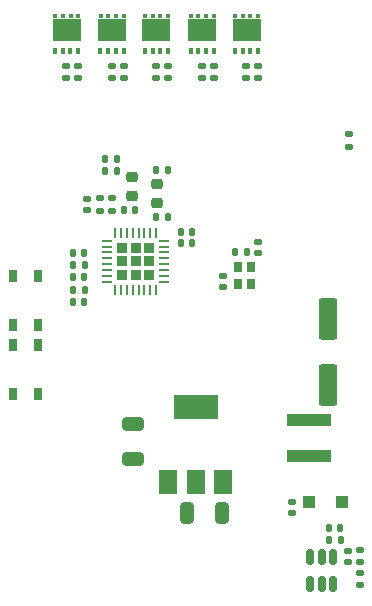
<source format=gbr>
%TF.GenerationSoftware,KiCad,Pcbnew,7.0.6*%
%TF.CreationDate,2023-08-18T05:18:53-04:00*%
%TF.ProjectId,esp-lightthing,6573702d-6c69-4676-9874-7468696e672e,rev?*%
%TF.SameCoordinates,Original*%
%TF.FileFunction,Paste,Top*%
%TF.FilePolarity,Positive*%
%FSLAX46Y46*%
G04 Gerber Fmt 4.6, Leading zero omitted, Abs format (unit mm)*
G04 Created by KiCad (PCBNEW 7.0.6) date 2023-08-18 05:18:53*
%MOMM*%
%LPD*%
G01*
G04 APERTURE LIST*
G04 Aperture macros list*
%AMRoundRect*
0 Rectangle with rounded corners*
0 $1 Rounding radius*
0 $2 $3 $4 $5 $6 $7 $8 $9 X,Y pos of 4 corners*
0 Add a 4 corners polygon primitive as box body*
4,1,4,$2,$3,$4,$5,$6,$7,$8,$9,$2,$3,0*
0 Add four circle primitives for the rounded corners*
1,1,$1+$1,$2,$3*
1,1,$1+$1,$4,$5*
1,1,$1+$1,$6,$7*
1,1,$1+$1,$8,$9*
0 Add four rect primitives between the rounded corners*
20,1,$1+$1,$2,$3,$4,$5,0*
20,1,$1+$1,$4,$5,$6,$7,0*
20,1,$1+$1,$6,$7,$8,$9,0*
20,1,$1+$1,$8,$9,$2,$3,0*%
G04 Aperture macros list end*
%ADD10R,0.350000X0.550000*%
%ADD11R,0.400000X0.350000*%
%ADD12R,2.450000X1.930000*%
%ADD13RoundRect,0.135000X0.135000X0.185000X-0.135000X0.185000X-0.135000X-0.185000X0.135000X-0.185000X0*%
%ADD14RoundRect,0.140000X0.170000X-0.140000X0.170000X0.140000X-0.170000X0.140000X-0.170000X-0.140000X0*%
%ADD15RoundRect,0.135000X0.185000X-0.135000X0.185000X0.135000X-0.185000X0.135000X-0.185000X-0.135000X0*%
%ADD16RoundRect,0.140000X0.140000X0.170000X-0.140000X0.170000X-0.140000X-0.170000X0.140000X-0.170000X0*%
%ADD17RoundRect,0.232500X-0.232500X0.232500X-0.232500X-0.232500X0.232500X-0.232500X0.232500X0.232500X0*%
%ADD18RoundRect,0.062500X-0.062500X0.375000X-0.062500X-0.375000X0.062500X-0.375000X0.062500X0.375000X0*%
%ADD19RoundRect,0.062500X-0.375000X0.062500X-0.375000X-0.062500X0.375000X-0.062500X0.375000X0.062500X0*%
%ADD20RoundRect,0.150000X0.150000X-0.512500X0.150000X0.512500X-0.150000X0.512500X-0.150000X-0.512500X0*%
%ADD21RoundRect,0.140000X-0.170000X0.140000X-0.170000X-0.140000X0.170000X-0.140000X0.170000X0.140000X0*%
%ADD22RoundRect,0.135000X-0.135000X-0.185000X0.135000X-0.185000X0.135000X0.185000X-0.135000X0.185000X0*%
%ADD23RoundRect,0.250000X-0.300000X-0.300000X0.300000X-0.300000X0.300000X0.300000X-0.300000X0.300000X0*%
%ADD24RoundRect,0.140000X-0.140000X-0.170000X0.140000X-0.170000X0.140000X0.170000X-0.140000X0.170000X0*%
%ADD25R,0.650000X1.050000*%
%ADD26RoundRect,0.218750X-0.256250X0.218750X-0.256250X-0.218750X0.256250X-0.218750X0.256250X0.218750X0*%
%ADD27RoundRect,0.135000X-0.185000X0.135000X-0.185000X-0.135000X0.185000X-0.135000X0.185000X0.135000X0*%
%ADD28RoundRect,0.250000X0.550000X-1.500000X0.550000X1.500000X-0.550000X1.500000X-0.550000X-1.500000X0*%
%ADD29R,0.800000X0.900000*%
%ADD30RoundRect,0.250000X0.325000X0.650000X-0.325000X0.650000X-0.325000X-0.650000X0.325000X-0.650000X0*%
%ADD31RoundRect,0.250000X-0.650000X0.325000X-0.650000X-0.325000X0.650000X-0.325000X0.650000X0.325000X0*%
%ADD32R,1.500000X2.000000*%
%ADD33R,3.800000X2.000000*%
%ADD34R,3.700000X1.100000*%
G04 APERTURE END LIST*
D10*
%TO.C,Q201*%
X121740000Y-101915000D03*
X122390000Y-101915000D03*
X123040000Y-101915000D03*
X123690000Y-101915000D03*
D11*
X121745000Y-98970000D03*
X122395000Y-98970000D03*
D12*
X122720000Y-100110000D03*
D11*
X123045000Y-98970000D03*
X123695000Y-98970000D03*
%TD*%
D13*
%TO.C,R305*%
X124237500Y-120030000D03*
X123217500Y-120030000D03*
%TD*%
D14*
%TO.C,C203*%
X146550000Y-145180000D03*
X146550000Y-144220000D03*
%TD*%
D10*
%TO.C,Q204*%
X133205000Y-101915000D03*
X133855000Y-101915000D03*
X134505000Y-101915000D03*
X135155000Y-101915000D03*
D11*
X133210000Y-98970000D03*
X133860000Y-98970000D03*
D12*
X134185000Y-100110000D03*
D11*
X134510000Y-98970000D03*
X135160000Y-98970000D03*
%TD*%
D15*
%TO.C,R101*%
X146660000Y-109980000D03*
X146660000Y-108960000D03*
%TD*%
D16*
%TO.C,C311*%
X124227500Y-119000000D03*
X123267500Y-119000000D03*
%TD*%
D10*
%TO.C,Q205*%
X136970000Y-101915000D03*
X137620000Y-101915000D03*
X138270000Y-101915000D03*
X138920000Y-101915000D03*
D11*
X136975000Y-98970000D03*
X137625000Y-98970000D03*
D12*
X137950000Y-100110000D03*
D11*
X138275000Y-98970000D03*
X138925000Y-98970000D03*
%TD*%
D14*
%TO.C,C303*%
X124477500Y-115390000D03*
X124477500Y-114430000D03*
%TD*%
D17*
%TO.C,U1*%
X129700000Y-118550000D03*
X128550000Y-118550000D03*
X127400000Y-118550000D03*
X129700000Y-119700000D03*
X128550000Y-119700000D03*
X127400000Y-119700000D03*
X129700000Y-120850000D03*
X128550000Y-120850000D03*
X127400000Y-120850000D03*
D18*
X130300000Y-117262500D03*
X129800000Y-117262500D03*
X129300000Y-117262500D03*
X128800000Y-117262500D03*
X128300000Y-117262500D03*
X127800000Y-117262500D03*
X127300000Y-117262500D03*
X126800000Y-117262500D03*
D19*
X126112500Y-117950000D03*
X126112500Y-118450000D03*
X126112500Y-118950000D03*
X126112500Y-119450000D03*
X126112500Y-119950000D03*
X126112500Y-120450000D03*
X126112500Y-120950000D03*
X126112500Y-121450000D03*
D18*
X126800000Y-122137500D03*
X127300000Y-122137500D03*
X127800000Y-122137500D03*
X128300000Y-122137500D03*
X128800000Y-122137500D03*
X129300000Y-122137500D03*
X129800000Y-122137500D03*
X130300000Y-122137500D03*
D19*
X130987500Y-121450000D03*
X130987500Y-120950000D03*
X130987500Y-120450000D03*
X130987500Y-119950000D03*
X130987500Y-119450000D03*
X130987500Y-118950000D03*
X130987500Y-118450000D03*
X130987500Y-117950000D03*
%TD*%
D20*
%TO.C,U201*%
X143350000Y-146997500D03*
X144300000Y-146997500D03*
X145250000Y-146997500D03*
X145250000Y-144722500D03*
X144300000Y-144722500D03*
X143350000Y-144722500D03*
%TD*%
D21*
%TO.C,C313*%
X135960000Y-120920000D03*
X135960000Y-121880000D03*
%TD*%
D22*
%TO.C,R303*%
X136930000Y-118950000D03*
X137950000Y-118950000D03*
%TD*%
D15*
%TO.C,R201*%
X147540000Y-145190000D03*
X147540000Y-144170000D03*
%TD*%
D22*
%TO.C,R302*%
X123217500Y-122090000D03*
X124237500Y-122090000D03*
%TD*%
D23*
%TO.C,D201*%
X143250000Y-140070000D03*
X146050000Y-140070000D03*
%TD*%
D15*
%TO.C,R205*%
X127535000Y-104145000D03*
X127535000Y-103125000D03*
%TD*%
D24*
%TO.C,C301*%
X130317500Y-111980000D03*
X131277500Y-111980000D03*
%TD*%
D25*
%TO.C,SW301*%
X120300000Y-126800000D03*
X120300000Y-130950000D03*
X118150000Y-126800000D03*
X118150000Y-130950000D03*
%TD*%
D15*
%TO.C,R212*%
X137925000Y-104145000D03*
X137925000Y-103125000D03*
%TD*%
D21*
%TO.C,C202*%
X141800000Y-140080000D03*
X141800000Y-141040000D03*
%TD*%
D26*
%TO.C,L301*%
X130327500Y-113192500D03*
X130327500Y-114767500D03*
%TD*%
D10*
%TO.C,Q203*%
X129340000Y-101915000D03*
X129990000Y-101915000D03*
X130640000Y-101915000D03*
X131290000Y-101915000D03*
D11*
X129345000Y-98970000D03*
X129995000Y-98970000D03*
D12*
X130320000Y-100110000D03*
D11*
X130645000Y-98970000D03*
X131295000Y-98970000D03*
%TD*%
D15*
%TO.C,R207*%
X131295000Y-104145000D03*
X131295000Y-103125000D03*
%TD*%
%TO.C,R209*%
X135150000Y-104145000D03*
X135150000Y-103125000D03*
%TD*%
D13*
%TO.C,R213*%
X145940000Y-143270000D03*
X144920000Y-143270000D03*
%TD*%
D16*
%TO.C,C309*%
X128527500Y-115365000D03*
X127567500Y-115365000D03*
%TD*%
D27*
%TO.C,R301*%
X125500000Y-114380000D03*
X125500000Y-115400000D03*
%TD*%
D15*
%TO.C,R208*%
X130295000Y-104145000D03*
X130295000Y-103125000D03*
%TD*%
%TO.C,R206*%
X126535000Y-104145000D03*
X126535000Y-103125000D03*
%TD*%
%TO.C,R211*%
X138915000Y-104145000D03*
X138915000Y-103125000D03*
%TD*%
D24*
%TO.C,C201*%
X144930000Y-142280000D03*
X145890000Y-142280000D03*
%TD*%
D15*
%TO.C,R203*%
X123685000Y-104145000D03*
X123685000Y-103125000D03*
%TD*%
%TO.C,R210*%
X134145000Y-104145000D03*
X134145000Y-103125000D03*
%TD*%
%TO.C,R204*%
X122690000Y-104145000D03*
X122690000Y-103125000D03*
%TD*%
D16*
%TO.C,C307*%
X126960000Y-111070000D03*
X126000000Y-111070000D03*
%TD*%
D28*
%TO.C,C204*%
X144850000Y-130160000D03*
X144850000Y-124560000D03*
%TD*%
D29*
%TO.C,Y1*%
X138360000Y-121610000D03*
X138360000Y-120210000D03*
X137260000Y-120210000D03*
X137260000Y-121610000D03*
%TD*%
D30*
%TO.C,C205*%
X135850000Y-141025000D03*
X132900000Y-141025000D03*
%TD*%
D31*
%TO.C,C206*%
X128320000Y-133500000D03*
X128320000Y-136450000D03*
%TD*%
D24*
%TO.C,C302*%
X130317500Y-115980000D03*
X131277500Y-115980000D03*
%TD*%
D16*
%TO.C,C310*%
X124220000Y-123110000D03*
X123260000Y-123110000D03*
%TD*%
D25*
%TO.C,SW302*%
X120300000Y-120950000D03*
X120300000Y-125100000D03*
X118150000Y-120950000D03*
X118150000Y-125100000D03*
%TD*%
D24*
%TO.C,C305*%
X132370000Y-118180000D03*
X133330000Y-118180000D03*
%TD*%
D16*
%TO.C,C304*%
X124227500Y-121060000D03*
X123267500Y-121060000D03*
%TD*%
D24*
%TO.C,C306*%
X132370000Y-117180000D03*
X133330000Y-117180000D03*
%TD*%
D32*
%TO.C,U202*%
X131330000Y-138355000D03*
X133630000Y-138355000D03*
D33*
X133630000Y-132055000D03*
D32*
X135930000Y-138355000D03*
%TD*%
D34*
%TO.C,L201*%
X143230000Y-136160000D03*
X143230000Y-133160000D03*
%TD*%
D27*
%TO.C,R202*%
X147540000Y-146090000D03*
X147540000Y-147110000D03*
%TD*%
D16*
%TO.C,C308*%
X126960000Y-112070000D03*
X126000000Y-112070000D03*
%TD*%
D10*
%TO.C,Q202*%
X125580000Y-101915000D03*
X126230000Y-101915000D03*
X126880000Y-101915000D03*
X127530000Y-101915000D03*
D11*
X125585000Y-98970000D03*
X126235000Y-98970000D03*
D12*
X126560000Y-100110000D03*
D11*
X126885000Y-98970000D03*
X127535000Y-98970000D03*
%TD*%
D26*
%TO.C,L302*%
X128227500Y-112577500D03*
X128227500Y-114152500D03*
%TD*%
D14*
%TO.C,C312*%
X138900000Y-118990000D03*
X138900000Y-118030000D03*
%TD*%
D15*
%TO.C,R304*%
X126537500Y-115400000D03*
X126537500Y-114380000D03*
%TD*%
M02*

</source>
